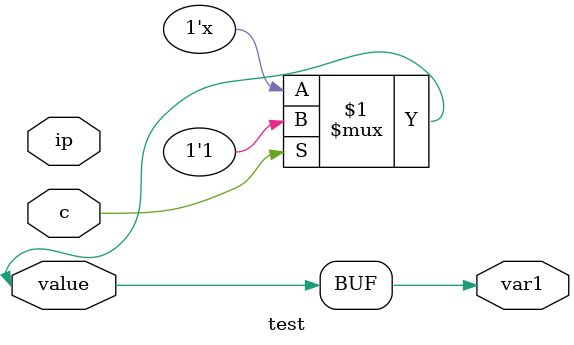
<source format=v>
module test (c, ip, value, var1);
  input c;
  input ip;
  inout value;
  output reg var1;

  assign value = (c) ? 1'b1 : 1'bz;

  always @(*)
    var1 = value;

endmodule
</source>
